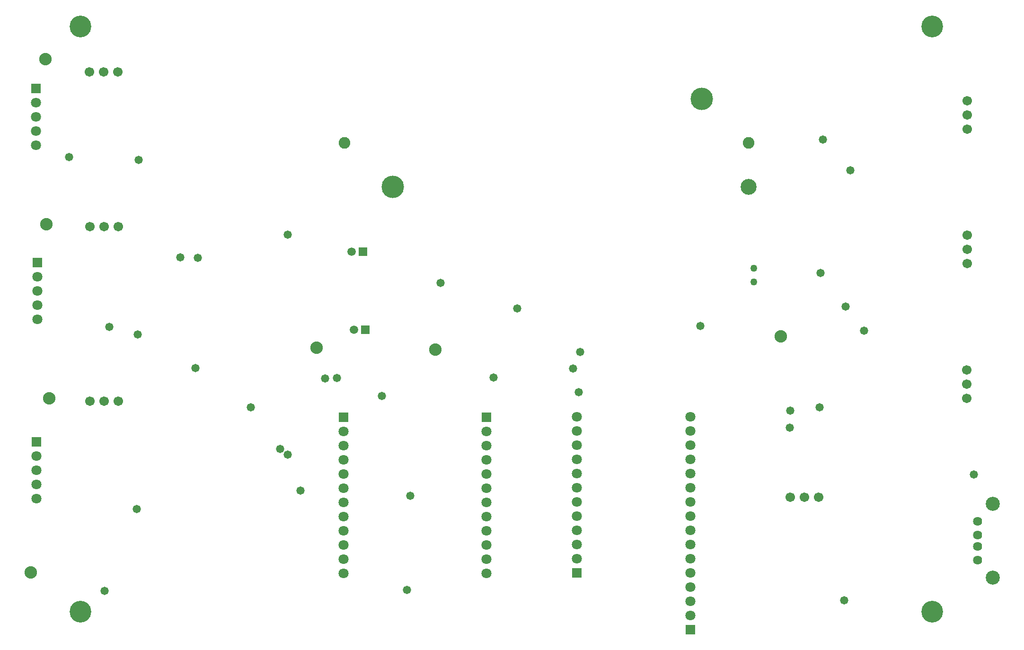
<source format=gbs>
G04*
G04 #@! TF.GenerationSoftware,Altium Limited,Altium Designer,22.2.1 (43)*
G04*
G04 Layer_Color=16711935*
%FSLAX25Y25*%
%MOIN*%
G70*
G04*
G04 #@! TF.SameCoordinates,A442F040-2D2B-445B-BC8B-0DACE6EA8BBB*
G04*
G04*
G04 #@! TF.FilePolarity,Negative*
G04*
G01*
G75*
%ADD53C,0.15300*%
%ADD54C,0.07099*%
%ADD55R,0.07099X0.07099*%
%ADD56C,0.06700*%
%ADD57C,0.06400*%
%ADD58C,0.09900*%
%ADD59C,0.08800*%
%ADD60C,0.05000*%
%ADD61R,0.05918X0.05918*%
%ADD62C,0.05918*%
%ADD63C,0.08200*%
%ADD64C,0.15800*%
%ADD65C,0.11200*%
%ADD66C,0.05800*%
D53*
X50000Y460013D02*
D03*
Y47500D02*
D03*
X650000D02*
D03*
Y460013D02*
D03*
D54*
X18892Y127309D02*
D03*
Y147309D02*
D03*
Y157309D02*
D03*
Y137309D02*
D03*
X19752Y253663D02*
D03*
Y273663D02*
D03*
Y283663D02*
D03*
Y263663D02*
D03*
X18657Y376225D02*
D03*
Y396225D02*
D03*
Y406225D02*
D03*
Y386225D02*
D03*
X336176Y104766D02*
D03*
Y134766D02*
D03*
Y154766D02*
D03*
Y174766D02*
D03*
Y164766D02*
D03*
Y144766D02*
D03*
Y124766D02*
D03*
Y114766D02*
D03*
Y94766D02*
D03*
Y84766D02*
D03*
Y74766D02*
D03*
X235385D02*
D03*
Y84766D02*
D03*
Y94766D02*
D03*
Y114766D02*
D03*
Y124766D02*
D03*
Y144766D02*
D03*
Y164766D02*
D03*
Y174766D02*
D03*
Y154766D02*
D03*
Y134766D02*
D03*
Y104766D02*
D03*
X479666Y185097D02*
D03*
Y175097D02*
D03*
Y145097D02*
D03*
Y135097D02*
D03*
Y125097D02*
D03*
Y105097D02*
D03*
Y95097D02*
D03*
Y75097D02*
D03*
Y55097D02*
D03*
Y45097D02*
D03*
Y65097D02*
D03*
Y85097D02*
D03*
Y115097D02*
D03*
Y155097D02*
D03*
Y165097D02*
D03*
X399717Y155097D02*
D03*
Y125097D02*
D03*
Y105097D02*
D03*
Y85097D02*
D03*
Y95097D02*
D03*
Y115097D02*
D03*
Y135097D02*
D03*
Y145097D02*
D03*
Y165097D02*
D03*
Y175097D02*
D03*
Y185097D02*
D03*
D55*
X18892Y167309D02*
D03*
X19752Y293663D02*
D03*
X18657Y416225D02*
D03*
X336176Y184766D02*
D03*
X235385D02*
D03*
X479666Y35097D02*
D03*
X399717Y75097D02*
D03*
D56*
X56529Y428041D02*
D03*
X66529D02*
D03*
X76529D02*
D03*
X674505Y198037D02*
D03*
Y208036D02*
D03*
Y218037D02*
D03*
X674584Y292809D02*
D03*
Y302809D02*
D03*
Y312809D02*
D03*
X550085Y128184D02*
D03*
X560085D02*
D03*
X570085D02*
D03*
X56813Y196045D02*
D03*
X66813D02*
D03*
X76813D02*
D03*
X56817Y318950D02*
D03*
X66817D02*
D03*
X76816D02*
D03*
X674557Y407744D02*
D03*
Y397744D02*
D03*
Y387744D02*
D03*
D57*
X682137Y83864D02*
D03*
Y93707D02*
D03*
Y101581D02*
D03*
Y111424D02*
D03*
D58*
X692806Y71778D02*
D03*
Y123510D02*
D03*
D59*
X14967Y75444D02*
D03*
X299969Y232445D02*
D03*
X543354Y241621D02*
D03*
X25243Y437067D02*
D03*
X28001Y197949D02*
D03*
X26161Y320550D02*
D03*
X216351Y233769D02*
D03*
D60*
X524376Y289675D02*
D03*
Y279833D02*
D03*
D61*
X248891Y301352D02*
D03*
X250672Y246291D02*
D03*
D62*
X241018Y301352D02*
D03*
X242798Y246291D02*
D03*
D63*
X236059Y378058D02*
D03*
X520559D02*
D03*
D64*
X487559Y409058D02*
D03*
X270059Y347058D02*
D03*
D65*
X520559D02*
D03*
D66*
X262240Y199546D02*
D03*
X549850Y177444D02*
D03*
X550161Y189307D02*
D03*
X282241Y129370D02*
D03*
X70284Y248242D02*
D03*
X205065Y133127D02*
D03*
X222346Y212127D02*
D03*
X195932Y313389D02*
D03*
X357789Y261259D02*
D03*
X486734Y248984D02*
D03*
X120250Y297300D02*
D03*
X132595Y296989D02*
D03*
X587925Y55685D02*
D03*
X570586Y191512D02*
D03*
X571299Y286310D02*
D03*
X573206Y380411D02*
D03*
X89741Y120099D02*
D03*
X90334Y243000D02*
D03*
X91124Y365900D02*
D03*
X190700Y162446D02*
D03*
X130900Y219251D02*
D03*
X196000Y158246D02*
D03*
X170000Y191546D02*
D03*
X230700Y212346D02*
D03*
X340900Y212646D02*
D03*
X602000Y245546D02*
D03*
X401100Y202246D02*
D03*
X402056Y230646D02*
D03*
X592359Y358505D02*
D03*
X589200Y262546D02*
D03*
X397076Y218846D02*
D03*
X280000Y63046D02*
D03*
X67100Y62346D02*
D03*
X41900Y367946D02*
D03*
X679500Y144446D02*
D03*
X303793Y279456D02*
D03*
M02*

</source>
